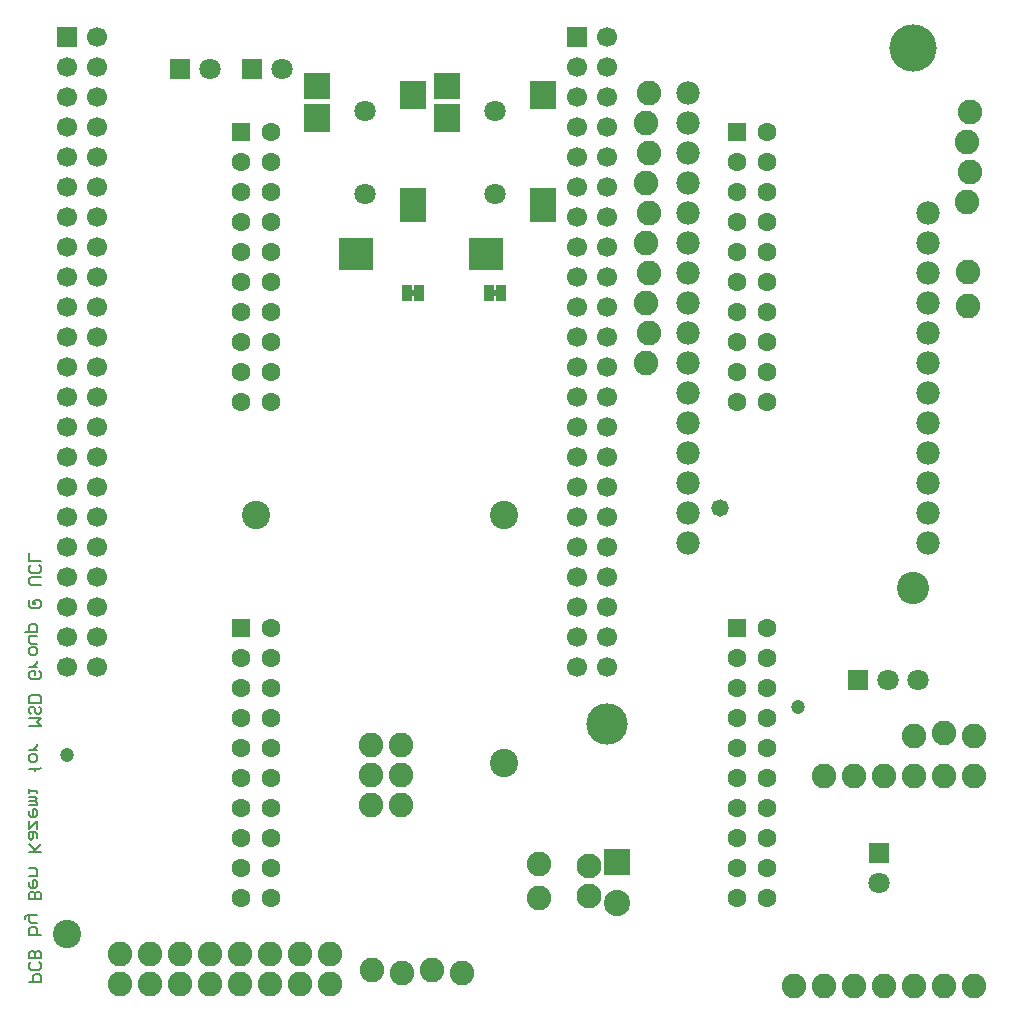
<source format=gbs>
G04*
G04 #@! TF.GenerationSoftware,Altium Limited,Altium Designer,23.3.1 (30)*
G04*
G04 Layer_Color=16711935*
%FSLAX26Y26*%
%MOIN*%
G70*
G04*
G04 #@! TF.SameCoordinates,AF54F826-5E14-49BB-B143-2C6BD7E0847E*
G04*
G04*
G04 #@! TF.FilePolarity,Negative*
G04*
G01*
G75*
%ADD10C,0.007874*%
%ADD26R,0.032874X0.057874*%
G04:AMPARAMS|DCode=27|XSize=57.874mil|YSize=57.874mil|CornerRadius=28.937mil|HoleSize=0mil|Usage=FLASHONLY|Rotation=180.000|XOffset=0mil|YOffset=0mil|HoleType=Round|Shape=RoundedRectangle|*
%AMROUNDEDRECTD27*
21,1,0.057874,0.000000,0,0,180.0*
21,1,0.000000,0.057874,0,0,180.0*
1,1,0.057874,0.000000,0.000000*
1,1,0.057874,0.000000,0.000000*
1,1,0.057874,0.000000,0.000000*
1,1,0.057874,0.000000,0.000000*
%
%ADD27ROUNDEDRECTD27*%
%ADD31R,0.070866X0.070866*%
%ADD32C,0.070866*%
%ADD33R,0.070866X0.070866*%
%ADD34C,0.081874*%
%ADD35C,0.082677*%
%ADD36R,0.087874X0.087874*%
%ADD37C,0.087874*%
%ADD38C,0.137874*%
%ADD39C,0.066929*%
%ADD40C,0.157480*%
%ADD41C,0.107874*%
%ADD42C,0.077874*%
%ADD43C,0.094488*%
%ADD44C,0.062992*%
%ADD45R,0.062992X0.062992*%
%ADD46R,0.066929X0.066929*%
%ADD47C,0.070866*%
%ADD48R,0.070866X0.070866*%
%ADD49C,0.047244*%
%ADD78R,0.114173X0.110236*%
%ADD79R,0.090551X0.114173*%
%ADD80R,0.090551X0.094488*%
%ADD81R,0.090551X0.086614*%
G36*
X-300118Y728189D02*
X-315118D01*
Y748189D01*
X-300118D01*
Y728189D01*
D02*
G37*
G36*
X-24528D02*
X-39528D01*
Y748189D01*
X-24528D01*
Y728189D01*
D02*
G37*
D10*
X-1583338Y-1557087D02*
X-1543980D01*
Y-1537408D01*
X-1550540Y-1530848D01*
X-1563659D01*
X-1570218Y-1537408D01*
Y-1557087D01*
X-1550540Y-1491491D02*
X-1543980Y-1498051D01*
Y-1511170D01*
X-1550540Y-1517729D01*
X-1576778D01*
X-1583338Y-1511170D01*
Y-1498051D01*
X-1576778Y-1491491D01*
X-1543980Y-1478372D02*
X-1583338D01*
Y-1458693D01*
X-1576778Y-1452134D01*
X-1570218D01*
X-1563659Y-1458693D01*
Y-1478372D01*
Y-1458693D01*
X-1557099Y-1452134D01*
X-1550540D01*
X-1543980Y-1458693D01*
Y-1478372D01*
Y-1399657D02*
X-1583338D01*
Y-1379978D01*
X-1576778Y-1373419D01*
X-1570218D01*
X-1563659D01*
X-1557099Y-1379978D01*
Y-1399657D01*
Y-1360300D02*
X-1576778D01*
X-1583338Y-1353740D01*
Y-1334061D01*
X-1589897D01*
X-1596457Y-1340621D01*
Y-1347180D01*
X-1583338Y-1334061D02*
X-1557099D01*
X-1543980Y-1281585D02*
X-1583338D01*
Y-1261906D01*
X-1576778Y-1255347D01*
X-1570218D01*
X-1563659Y-1261906D01*
Y-1281585D01*
Y-1261906D01*
X-1557099Y-1255347D01*
X-1550540D01*
X-1543980Y-1261906D01*
Y-1281585D01*
X-1583338Y-1222549D02*
Y-1235668D01*
X-1576778Y-1242227D01*
X-1563659D01*
X-1557099Y-1235668D01*
Y-1222549D01*
X-1563659Y-1215989D01*
X-1570218D01*
Y-1242227D01*
X-1583338Y-1202870D02*
X-1557099D01*
Y-1183191D01*
X-1563659Y-1176632D01*
X-1583338D01*
X-1543980Y-1124155D02*
X-1583338D01*
X-1570218D01*
X-1543980Y-1097917D01*
X-1563659Y-1117596D01*
X-1583338Y-1097917D01*
X-1557099Y-1078238D02*
Y-1065119D01*
X-1563659Y-1058560D01*
X-1583338D01*
Y-1078238D01*
X-1576778Y-1084798D01*
X-1570218Y-1078238D01*
Y-1058560D01*
X-1557099Y-1045440D02*
Y-1019202D01*
X-1583338Y-1045440D01*
Y-1019202D01*
Y-986404D02*
Y-999523D01*
X-1576778Y-1006083D01*
X-1563659D01*
X-1557099Y-999523D01*
Y-986404D01*
X-1563659Y-979845D01*
X-1570218D01*
Y-1006083D01*
X-1583338Y-966726D02*
X-1557099D01*
Y-960166D01*
X-1563659Y-953606D01*
X-1583338D01*
X-1563659D01*
X-1557099Y-947047D01*
X-1563659Y-940487D01*
X-1583338D01*
Y-927368D02*
Y-914249D01*
Y-920809D01*
X-1557099D01*
Y-927368D01*
X-1583338Y-848653D02*
X-1550540D01*
X-1563659D01*
Y-855213D01*
Y-842094D01*
Y-848653D01*
X-1550540D01*
X-1543980Y-842094D01*
X-1583338Y-815856D02*
Y-802736D01*
X-1576778Y-796177D01*
X-1563659D01*
X-1557099Y-802736D01*
Y-815856D01*
X-1563659Y-822415D01*
X-1576778D01*
X-1583338Y-815856D01*
X-1557099Y-783058D02*
X-1583338D01*
X-1570218D01*
X-1563659Y-776498D01*
X-1557099Y-769939D01*
Y-763379D01*
X-1583338Y-704343D02*
X-1543980D01*
X-1557099Y-691224D01*
X-1543980Y-678105D01*
X-1583338D01*
X-1550540Y-638747D02*
X-1543980Y-645307D01*
Y-658426D01*
X-1550540Y-664986D01*
X-1557099D01*
X-1563659Y-658426D01*
Y-645307D01*
X-1570218Y-638747D01*
X-1576778D01*
X-1583338Y-645307D01*
Y-658426D01*
X-1576778Y-664986D01*
X-1543980Y-625628D02*
X-1583338D01*
Y-605949D01*
X-1576778Y-599390D01*
X-1550540D01*
X-1543980Y-605949D01*
Y-625628D01*
X-1550540Y-520675D02*
X-1543980Y-527235D01*
Y-540354D01*
X-1550540Y-546913D01*
X-1576778D01*
X-1583338Y-540354D01*
Y-527235D01*
X-1576778Y-520675D01*
X-1563659D01*
Y-533794D01*
X-1557099Y-507556D02*
X-1583338D01*
X-1570218D01*
X-1563659Y-500996D01*
X-1557099Y-494437D01*
Y-487877D01*
X-1583338Y-461639D02*
Y-448520D01*
X-1576778Y-441960D01*
X-1563659D01*
X-1557099Y-448520D01*
Y-461639D01*
X-1563659Y-468199D01*
X-1576778D01*
X-1583338Y-461639D01*
X-1557099Y-428841D02*
X-1576778D01*
X-1583338Y-422282D01*
Y-402603D01*
X-1557099D01*
X-1596457Y-389484D02*
X-1557099D01*
Y-369805D01*
X-1563659Y-363246D01*
X-1576778D01*
X-1583338Y-369805D01*
Y-389484D01*
X-1570218Y-291090D02*
X-1563659D01*
Y-297650D01*
X-1570218D01*
Y-291090D01*
X-1563659Y-284531D01*
X-1550540D01*
X-1543980Y-291090D01*
Y-304209D01*
X-1550540Y-310769D01*
X-1576778D01*
X-1583338Y-304209D01*
Y-284531D01*
X-1543980Y-232054D02*
X-1576778D01*
X-1583338Y-225495D01*
Y-212375D01*
X-1576778Y-205816D01*
X-1543980D01*
X-1550540Y-166459D02*
X-1543980Y-173018D01*
Y-186137D01*
X-1550540Y-192697D01*
X-1576778D01*
X-1583338Y-186137D01*
Y-173018D01*
X-1576778Y-166459D01*
X-1543980Y-153339D02*
X-1583338D01*
Y-127101D01*
D26*
X-325118Y738189D02*
D03*
X-285118D02*
D03*
X-9528D02*
D03*
X-49528D02*
D03*
D27*
X720472Y23622D02*
D03*
D31*
X1248032Y-1128347D02*
D03*
D32*
Y-1228347D02*
D03*
X-741142Y1485236D02*
D03*
X-982284D02*
D03*
X-31496Y1069882D02*
D03*
Y1345472D02*
D03*
X-464567Y1345473D02*
D03*
Y1069882D02*
D03*
D33*
X-841142Y1485236D02*
D03*
X-1082284D02*
D03*
D34*
X-1279134Y-1563976D02*
D03*
Y-1463976D02*
D03*
X-1179134Y-1563976D02*
D03*
Y-1463976D02*
D03*
X-1079134Y-1563976D02*
D03*
Y-1463976D02*
D03*
X-979134Y-1563976D02*
D03*
Y-1463976D02*
D03*
X-879134Y-1563976D02*
D03*
Y-1463976D02*
D03*
X-779134Y-1563976D02*
D03*
Y-1463976D02*
D03*
X-679134Y-1563976D02*
D03*
Y-1463976D02*
D03*
X-579134Y-1563976D02*
D03*
Y-1463976D02*
D03*
X-344488Y-966142D02*
D03*
X-444488D02*
D03*
X-344488Y-866142D02*
D03*
X-444488D02*
D03*
X-344488Y-766142D02*
D03*
X-444488D02*
D03*
X1066968Y-871491D02*
D03*
X1166968D02*
D03*
X1266968D02*
D03*
X1366968D02*
D03*
X1466968D02*
D03*
X1566968D02*
D03*
X966968Y-1571491D02*
D03*
X1066968D02*
D03*
X1166968D02*
D03*
X1266968D02*
D03*
X1366968D02*
D03*
X1466968D02*
D03*
X1566968D02*
D03*
X1544134Y1042716D02*
D03*
X1554134Y1142716D02*
D03*
X1544134Y1242716D02*
D03*
X1554134Y1342716D02*
D03*
X-438976Y-1515827D02*
D03*
X-338976Y-1525827D02*
D03*
X-238976Y-1515827D02*
D03*
X-138976Y-1525827D02*
D03*
X1547244Y694772D02*
D03*
Y808772D02*
D03*
X482284Y1405709D02*
D03*
X472284Y1305709D02*
D03*
X482284Y1205709D02*
D03*
X472284Y1105709D02*
D03*
X482284Y1005709D02*
D03*
X472284Y905709D02*
D03*
X482284Y805709D02*
D03*
X472284Y705709D02*
D03*
X482284Y605709D02*
D03*
X472284Y505709D02*
D03*
X1366535Y-738346D02*
D03*
X1466535Y-728346D02*
D03*
X1566535Y-738346D02*
D03*
X115157Y-1163276D02*
D03*
Y-1277276D02*
D03*
D35*
X281969Y-1171491D02*
D03*
Y-1271491D02*
D03*
D36*
X376969Y-1156491D02*
D03*
D37*
Y-1294291D02*
D03*
D38*
X341969Y-696491D02*
D03*
D39*
X341732Y894488D02*
D03*
X241732Y794488D02*
D03*
Y894488D02*
D03*
X-1358268Y-505512D02*
D03*
X-1458268D02*
D03*
X-1358268Y-405512D02*
D03*
X-1458268D02*
D03*
X-1358268Y-305512D02*
D03*
X-1458268D02*
D03*
X-1358268Y-205512D02*
D03*
X-1458268D02*
D03*
X241732Y-505512D02*
D03*
Y-305512D02*
D03*
Y-405512D02*
D03*
X341732D02*
D03*
Y-505512D02*
D03*
Y1494488D02*
D03*
Y1594488D02*
D03*
X241732Y1494488D02*
D03*
Y1394488D02*
D03*
X341732D02*
D03*
X241732Y1294488D02*
D03*
X341732D02*
D03*
X241732Y1194488D02*
D03*
X341732D02*
D03*
X241732Y1094488D02*
D03*
X341732D02*
D03*
Y994488D02*
D03*
X241732D02*
D03*
X341732Y794488D02*
D03*
X241732Y694488D02*
D03*
X341732D02*
D03*
X241732Y594488D02*
D03*
X341732D02*
D03*
X241732Y494488D02*
D03*
X341732D02*
D03*
Y394488D02*
D03*
Y294488D02*
D03*
X241732Y394488D02*
D03*
Y194488D02*
D03*
Y294488D02*
D03*
X341732Y194488D02*
D03*
X241732Y94488D02*
D03*
X341732D02*
D03*
X241732Y-5512D02*
D03*
X341732D02*
D03*
X241732Y-105512D02*
D03*
X341732D02*
D03*
X241732Y-205512D02*
D03*
X341732D02*
D03*
Y-305512D02*
D03*
X-1458268Y694488D02*
D03*
X-1358268Y-105512D02*
D03*
X-1458268D02*
D03*
X-1358268Y-5512D02*
D03*
X-1458268D02*
D03*
X-1358268Y94488D02*
D03*
X-1458268D02*
D03*
X-1358268Y194488D02*
D03*
X-1458268D02*
D03*
X-1358268Y294488D02*
D03*
X-1458268D02*
D03*
X-1358268Y394488D02*
D03*
X-1458268D02*
D03*
X-1358268Y494488D02*
D03*
X-1458268D02*
D03*
X-1358268Y594488D02*
D03*
X-1458268D02*
D03*
X-1358268Y694488D02*
D03*
Y794488D02*
D03*
X-1458268D02*
D03*
X-1358268Y894488D02*
D03*
X-1458268D02*
D03*
X-1358268Y994488D02*
D03*
X-1458268D02*
D03*
X-1358268Y1094488D02*
D03*
X-1458268D02*
D03*
X-1358268Y1194488D02*
D03*
X-1458268D02*
D03*
X-1358268Y1294488D02*
D03*
X-1458268D02*
D03*
X-1358268Y1394488D02*
D03*
X-1458268D02*
D03*
Y1494488D02*
D03*
X-1358268Y1594488D02*
D03*
Y1494488D02*
D03*
D40*
X1362402Y1556890D02*
D03*
D41*
Y-243110D02*
D03*
D42*
X612402Y1106890D02*
D03*
Y1406890D02*
D03*
Y1306890D02*
D03*
Y1206890D02*
D03*
Y1006890D02*
D03*
Y906890D02*
D03*
Y806890D02*
D03*
Y706890D02*
D03*
Y606890D02*
D03*
Y506890D02*
D03*
Y406890D02*
D03*
Y306890D02*
D03*
Y206890D02*
D03*
Y106890D02*
D03*
Y6890D02*
D03*
Y-93110D02*
D03*
X1412402D02*
D03*
Y6890D02*
D03*
Y106890D02*
D03*
Y206890D02*
D03*
Y306890D02*
D03*
Y406890D02*
D03*
Y506890D02*
D03*
Y606890D02*
D03*
Y706890D02*
D03*
Y806890D02*
D03*
Y906890D02*
D03*
Y1006890D02*
D03*
D43*
X-1456693Y-1397638D02*
D03*
X0Y0D02*
D03*
X-826772D02*
D03*
X0Y-826772D02*
D03*
D44*
X875921Y374756D02*
D03*
X775921D02*
D03*
X875921Y474756D02*
D03*
X775921D02*
D03*
X875921Y574756D02*
D03*
X775921D02*
D03*
X875921Y674756D02*
D03*
X775921D02*
D03*
X875921Y774756D02*
D03*
X775921D02*
D03*
X875921Y874756D02*
D03*
X775921D02*
D03*
X875921Y974756D02*
D03*
X775921D02*
D03*
X875921Y1074756D02*
D03*
X775921D02*
D03*
X875921Y1174756D02*
D03*
X775921D02*
D03*
X875921Y1274756D02*
D03*
X876000Y-378000D02*
D03*
X776000Y-478000D02*
D03*
X876000D02*
D03*
X776000Y-578000D02*
D03*
X876000D02*
D03*
X776000Y-678000D02*
D03*
X876000D02*
D03*
X776000Y-778000D02*
D03*
X876000D02*
D03*
X776000Y-878000D02*
D03*
X876000D02*
D03*
X776000Y-978000D02*
D03*
X876000D02*
D03*
X776000Y-1078000D02*
D03*
X876000D02*
D03*
X776000Y-1178000D02*
D03*
X876000D02*
D03*
X776000Y-1278000D02*
D03*
X876000D02*
D03*
X-778606Y-1278000D02*
D03*
X-878606D02*
D03*
X-778606Y-1178000D02*
D03*
X-878606D02*
D03*
X-778606Y-1078000D02*
D03*
X-878606D02*
D03*
X-778606Y-978000D02*
D03*
X-878606D02*
D03*
X-778606Y-878000D02*
D03*
X-878606D02*
D03*
X-778606Y-778000D02*
D03*
X-878606D02*
D03*
X-778606Y-678000D02*
D03*
X-878606D02*
D03*
X-778606Y-578000D02*
D03*
X-878606D02*
D03*
X-778606Y-478000D02*
D03*
X-878606D02*
D03*
X-778606Y-378000D02*
D03*
Y1274756D02*
D03*
X-878606Y1174756D02*
D03*
X-778606D02*
D03*
X-878606Y1074756D02*
D03*
X-778606D02*
D03*
X-878606Y974756D02*
D03*
X-778606D02*
D03*
X-878606Y874756D02*
D03*
X-778606D02*
D03*
X-878606Y774756D02*
D03*
X-778606D02*
D03*
X-878606Y674756D02*
D03*
X-778606D02*
D03*
X-878606Y574756D02*
D03*
X-778606D02*
D03*
X-878606Y474756D02*
D03*
X-778606D02*
D03*
X-878606Y374756D02*
D03*
X-778606D02*
D03*
D45*
X775921Y1274756D02*
D03*
X776000Y-378000D02*
D03*
X-878606Y-378000D02*
D03*
Y1274756D02*
D03*
D46*
X241732Y1594488D02*
D03*
X-1458268D02*
D03*
D47*
X1379528Y-551181D02*
D03*
X1279528D02*
D03*
D48*
X1179528D02*
D03*
D49*
X-1458661Y-799213D02*
D03*
X980315Y-640748D02*
D03*
D78*
X-61024Y871063D02*
D03*
X-494094Y871063D02*
D03*
D79*
X127953Y1032480D02*
D03*
X-305118Y1032480D02*
D03*
D80*
X127953Y1398622D02*
D03*
X-190945Y1323819D02*
D03*
X-624016Y1323819D02*
D03*
X-305118Y1398622D02*
D03*
D81*
X-190945Y1430118D02*
D03*
X-624016Y1430118D02*
D03*
M02*

</source>
